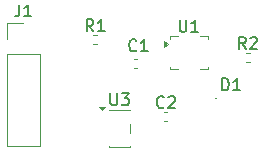
<source format=gbr>
%TF.GenerationSoftware,KiCad,Pcbnew,9.0.6*%
%TF.CreationDate,2026-01-28T18:23:47-08:00*%
%TF.ProjectId,PCB_design,5043425f-6465-4736-9967-6e2e6b696361,rev?*%
%TF.SameCoordinates,Original*%
%TF.FileFunction,Legend,Top*%
%TF.FilePolarity,Positive*%
%FSLAX46Y46*%
G04 Gerber Fmt 4.6, Leading zero omitted, Abs format (unit mm)*
G04 Created by KiCad (PCBNEW 9.0.6) date 2026-01-28 18:23:47*
%MOMM*%
%LPD*%
G01*
G04 APERTURE LIST*
%ADD10C,0.150000*%
%ADD11C,0.120000*%
%ADD12C,0.100000*%
G04 APERTURE END LIST*
D10*
X97083333Y-87379580D02*
X97035714Y-87427200D01*
X97035714Y-87427200D02*
X96892857Y-87474819D01*
X96892857Y-87474819D02*
X96797619Y-87474819D01*
X96797619Y-87474819D02*
X96654762Y-87427200D01*
X96654762Y-87427200D02*
X96559524Y-87331961D01*
X96559524Y-87331961D02*
X96511905Y-87236723D01*
X96511905Y-87236723D02*
X96464286Y-87046247D01*
X96464286Y-87046247D02*
X96464286Y-86903390D01*
X96464286Y-86903390D02*
X96511905Y-86712914D01*
X96511905Y-86712914D02*
X96559524Y-86617676D01*
X96559524Y-86617676D02*
X96654762Y-86522438D01*
X96654762Y-86522438D02*
X96797619Y-86474819D01*
X96797619Y-86474819D02*
X96892857Y-86474819D01*
X96892857Y-86474819D02*
X97035714Y-86522438D01*
X97035714Y-86522438D02*
X97083333Y-86570057D01*
X98035714Y-87474819D02*
X97464286Y-87474819D01*
X97750000Y-87474819D02*
X97750000Y-86474819D01*
X97750000Y-86474819D02*
X97654762Y-86617676D01*
X97654762Y-86617676D02*
X97559524Y-86712914D01*
X97559524Y-86712914D02*
X97464286Y-86760533D01*
X104334405Y-90784819D02*
X104334405Y-89784819D01*
X104334405Y-89784819D02*
X104572500Y-89784819D01*
X104572500Y-89784819D02*
X104715357Y-89832438D01*
X104715357Y-89832438D02*
X104810595Y-89927676D01*
X104810595Y-89927676D02*
X104858214Y-90022914D01*
X104858214Y-90022914D02*
X104905833Y-90213390D01*
X104905833Y-90213390D02*
X104905833Y-90356247D01*
X104905833Y-90356247D02*
X104858214Y-90546723D01*
X104858214Y-90546723D02*
X104810595Y-90641961D01*
X104810595Y-90641961D02*
X104715357Y-90737200D01*
X104715357Y-90737200D02*
X104572500Y-90784819D01*
X104572500Y-90784819D02*
X104334405Y-90784819D01*
X105858214Y-90784819D02*
X105286786Y-90784819D01*
X105572500Y-90784819D02*
X105572500Y-89784819D01*
X105572500Y-89784819D02*
X105477262Y-89927676D01*
X105477262Y-89927676D02*
X105382024Y-90022914D01*
X105382024Y-90022914D02*
X105286786Y-90070533D01*
X99400833Y-92199580D02*
X99353214Y-92247200D01*
X99353214Y-92247200D02*
X99210357Y-92294819D01*
X99210357Y-92294819D02*
X99115119Y-92294819D01*
X99115119Y-92294819D02*
X98972262Y-92247200D01*
X98972262Y-92247200D02*
X98877024Y-92151961D01*
X98877024Y-92151961D02*
X98829405Y-92056723D01*
X98829405Y-92056723D02*
X98781786Y-91866247D01*
X98781786Y-91866247D02*
X98781786Y-91723390D01*
X98781786Y-91723390D02*
X98829405Y-91532914D01*
X98829405Y-91532914D02*
X98877024Y-91437676D01*
X98877024Y-91437676D02*
X98972262Y-91342438D01*
X98972262Y-91342438D02*
X99115119Y-91294819D01*
X99115119Y-91294819D02*
X99210357Y-91294819D01*
X99210357Y-91294819D02*
X99353214Y-91342438D01*
X99353214Y-91342438D02*
X99400833Y-91390057D01*
X99781786Y-91390057D02*
X99829405Y-91342438D01*
X99829405Y-91342438D02*
X99924643Y-91294819D01*
X99924643Y-91294819D02*
X100162738Y-91294819D01*
X100162738Y-91294819D02*
X100257976Y-91342438D01*
X100257976Y-91342438D02*
X100305595Y-91390057D01*
X100305595Y-91390057D02*
X100353214Y-91485295D01*
X100353214Y-91485295D02*
X100353214Y-91580533D01*
X100353214Y-91580533D02*
X100305595Y-91723390D01*
X100305595Y-91723390D02*
X99734167Y-92294819D01*
X99734167Y-92294819D02*
X100353214Y-92294819D01*
X100738095Y-84842319D02*
X100738095Y-85651842D01*
X100738095Y-85651842D02*
X100785714Y-85747080D01*
X100785714Y-85747080D02*
X100833333Y-85794700D01*
X100833333Y-85794700D02*
X100928571Y-85842319D01*
X100928571Y-85842319D02*
X101119047Y-85842319D01*
X101119047Y-85842319D02*
X101214285Y-85794700D01*
X101214285Y-85794700D02*
X101261904Y-85747080D01*
X101261904Y-85747080D02*
X101309523Y-85651842D01*
X101309523Y-85651842D02*
X101309523Y-84842319D01*
X102309523Y-85842319D02*
X101738095Y-85842319D01*
X102023809Y-85842319D02*
X102023809Y-84842319D01*
X102023809Y-84842319D02*
X101928571Y-84985176D01*
X101928571Y-84985176D02*
X101833333Y-85080414D01*
X101833333Y-85080414D02*
X101738095Y-85128033D01*
X87166666Y-83534819D02*
X87166666Y-84249104D01*
X87166666Y-84249104D02*
X87119047Y-84391961D01*
X87119047Y-84391961D02*
X87023809Y-84487200D01*
X87023809Y-84487200D02*
X86880952Y-84534819D01*
X86880952Y-84534819D02*
X86785714Y-84534819D01*
X88166666Y-84534819D02*
X87595238Y-84534819D01*
X87880952Y-84534819D02*
X87880952Y-83534819D01*
X87880952Y-83534819D02*
X87785714Y-83677676D01*
X87785714Y-83677676D02*
X87690476Y-83772914D01*
X87690476Y-83772914D02*
X87595238Y-83820533D01*
X94875595Y-91054819D02*
X94875595Y-91864342D01*
X94875595Y-91864342D02*
X94923214Y-91959580D01*
X94923214Y-91959580D02*
X94970833Y-92007200D01*
X94970833Y-92007200D02*
X95066071Y-92054819D01*
X95066071Y-92054819D02*
X95256547Y-92054819D01*
X95256547Y-92054819D02*
X95351785Y-92007200D01*
X95351785Y-92007200D02*
X95399404Y-91959580D01*
X95399404Y-91959580D02*
X95447023Y-91864342D01*
X95447023Y-91864342D02*
X95447023Y-91054819D01*
X95827976Y-91054819D02*
X96447023Y-91054819D01*
X96447023Y-91054819D02*
X96113690Y-91435771D01*
X96113690Y-91435771D02*
X96256547Y-91435771D01*
X96256547Y-91435771D02*
X96351785Y-91483390D01*
X96351785Y-91483390D02*
X96399404Y-91531009D01*
X96399404Y-91531009D02*
X96447023Y-91626247D01*
X96447023Y-91626247D02*
X96447023Y-91864342D01*
X96447023Y-91864342D02*
X96399404Y-91959580D01*
X96399404Y-91959580D02*
X96351785Y-92007200D01*
X96351785Y-92007200D02*
X96256547Y-92054819D01*
X96256547Y-92054819D02*
X95970833Y-92054819D01*
X95970833Y-92054819D02*
X95875595Y-92007200D01*
X95875595Y-92007200D02*
X95827976Y-91959580D01*
X106333333Y-87284819D02*
X106000000Y-86808628D01*
X105761905Y-87284819D02*
X105761905Y-86284819D01*
X105761905Y-86284819D02*
X106142857Y-86284819D01*
X106142857Y-86284819D02*
X106238095Y-86332438D01*
X106238095Y-86332438D02*
X106285714Y-86380057D01*
X106285714Y-86380057D02*
X106333333Y-86475295D01*
X106333333Y-86475295D02*
X106333333Y-86618152D01*
X106333333Y-86618152D02*
X106285714Y-86713390D01*
X106285714Y-86713390D02*
X106238095Y-86761009D01*
X106238095Y-86761009D02*
X106142857Y-86808628D01*
X106142857Y-86808628D02*
X105761905Y-86808628D01*
X106714286Y-86380057D02*
X106761905Y-86332438D01*
X106761905Y-86332438D02*
X106857143Y-86284819D01*
X106857143Y-86284819D02*
X107095238Y-86284819D01*
X107095238Y-86284819D02*
X107190476Y-86332438D01*
X107190476Y-86332438D02*
X107238095Y-86380057D01*
X107238095Y-86380057D02*
X107285714Y-86475295D01*
X107285714Y-86475295D02*
X107285714Y-86570533D01*
X107285714Y-86570533D02*
X107238095Y-86713390D01*
X107238095Y-86713390D02*
X106666667Y-87284819D01*
X106666667Y-87284819D02*
X107285714Y-87284819D01*
X93430833Y-85784819D02*
X93097500Y-85308628D01*
X92859405Y-85784819D02*
X92859405Y-84784819D01*
X92859405Y-84784819D02*
X93240357Y-84784819D01*
X93240357Y-84784819D02*
X93335595Y-84832438D01*
X93335595Y-84832438D02*
X93383214Y-84880057D01*
X93383214Y-84880057D02*
X93430833Y-84975295D01*
X93430833Y-84975295D02*
X93430833Y-85118152D01*
X93430833Y-85118152D02*
X93383214Y-85213390D01*
X93383214Y-85213390D02*
X93335595Y-85261009D01*
X93335595Y-85261009D02*
X93240357Y-85308628D01*
X93240357Y-85308628D02*
X92859405Y-85308628D01*
X94383214Y-85784819D02*
X93811786Y-85784819D01*
X94097500Y-85784819D02*
X94097500Y-84784819D01*
X94097500Y-84784819D02*
X94002262Y-84927676D01*
X94002262Y-84927676D02*
X93907024Y-85022914D01*
X93907024Y-85022914D02*
X93811786Y-85070533D01*
D11*
%TO.C,C1*%
X96884165Y-88140000D02*
X97115835Y-88140000D01*
X96884165Y-88860000D02*
X97115835Y-88860000D01*
D12*
%TO.C,D1*%
X103857500Y-91500000D02*
G75*
G02*
X103757500Y-91500000I-50000J0D01*
G01*
X103757500Y-91500000D02*
G75*
G02*
X103857500Y-91500000I50000J0D01*
G01*
D11*
%TO.C,C2*%
X99451665Y-92640000D02*
X99683335Y-92640000D01*
X99451665Y-93360000D02*
X99683335Y-93360000D01*
%TO.C,U1*%
X99890000Y-86227500D02*
X100565000Y-86227500D01*
X99890000Y-86402500D02*
X99890000Y-86227500D01*
X99890000Y-88947500D02*
X99890000Y-88772500D01*
X100565000Y-88947500D02*
X99890000Y-88947500D01*
X102435000Y-86227500D02*
X103110000Y-86227500D01*
X103110000Y-86227500D02*
X103110000Y-86402500D01*
X103110000Y-88772500D02*
X103110000Y-88947500D01*
X103110000Y-88947500D02*
X102435000Y-88947500D01*
X99760000Y-86837500D02*
X99430000Y-87077500D01*
X99430000Y-86597500D01*
X99760000Y-86837500D01*
G36*
X99760000Y-86837500D02*
G01*
X99430000Y-87077500D01*
X99430000Y-86597500D01*
X99760000Y-86837500D01*
G37*
%TO.C,J1*%
X86120000Y-85080000D02*
X87500000Y-85080000D01*
X86120000Y-86460000D02*
X86120000Y-85080000D01*
X86120000Y-87730000D02*
X86120000Y-95460000D01*
X86120000Y-87730000D02*
X88880000Y-87730000D01*
X86120000Y-95460000D02*
X88880000Y-95460000D01*
X88880000Y-87730000D02*
X88880000Y-95460000D01*
%TO.C,U3*%
X94727500Y-92440000D02*
X96547500Y-92440000D01*
X94727500Y-92490000D02*
X94727500Y-92440000D01*
X94727500Y-95560000D02*
X94727500Y-95510000D01*
X96547500Y-92440000D02*
X96547500Y-92490000D01*
X96547500Y-93610000D02*
X96547500Y-94390000D01*
X96547500Y-95510000D02*
X96547500Y-95560000D01*
X96547500Y-95560000D02*
X94727500Y-95560000D01*
X94187500Y-92490000D02*
X93947500Y-92160000D01*
X94427500Y-92160000D01*
X94187500Y-92490000D01*
G36*
X94187500Y-92490000D02*
G01*
X93947500Y-92160000D01*
X94427500Y-92160000D01*
X94187500Y-92490000D01*
G37*
%TO.C,R2*%
X106332379Y-87620000D02*
X106667621Y-87620000D01*
X106332379Y-88380000D02*
X106667621Y-88380000D01*
%TO.C,R1*%
X93429879Y-86120000D02*
X93765121Y-86120000D01*
X93429879Y-86880000D02*
X93765121Y-86880000D01*
%TD*%
M02*

</source>
